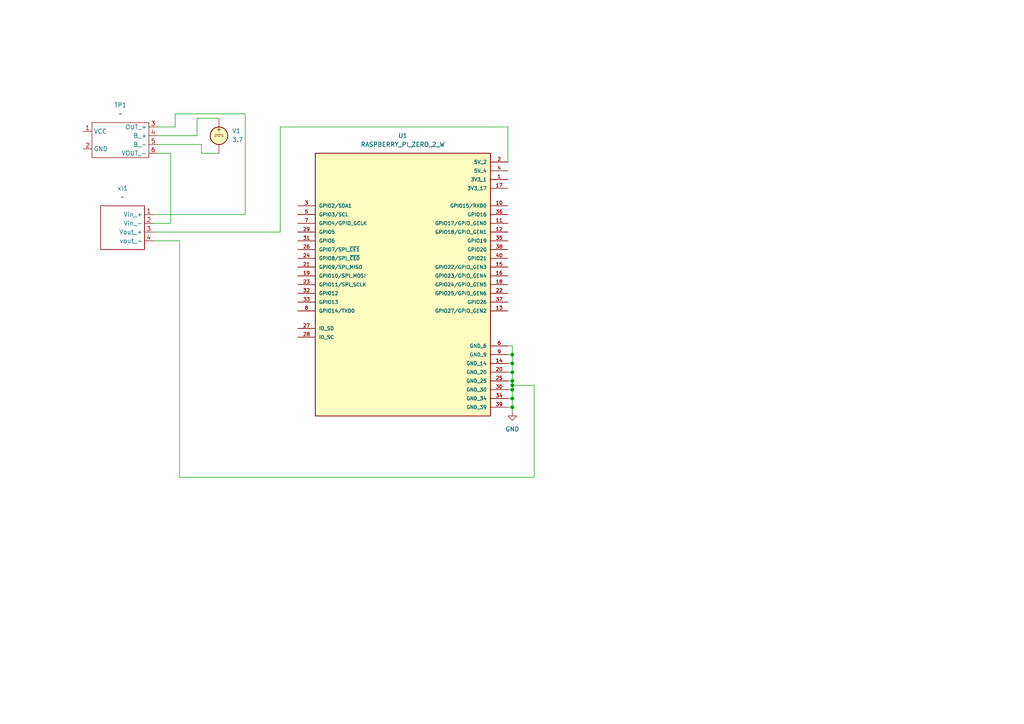
<source format=kicad_sch>
(kicad_sch (version 20250114) (generator "eeschema") (generator_version "9.0")
  (paper "A4")
  (lib_symbols
    (symbol "4xxx_IEEE:xl6009"
      (property "Reference" "xl1" (at 1.27 6.35 0))
      (property "Value" "~" (at 1.27 3.81 0))
      (symbol "xl6009_0_1"
        (rectangle (start -5.08 1.27) (end 7.62 -11.43))
        (rectangle (start -5.08 1.27) (end 7.62 -11.43))
      )
      (symbol "xl6009_1_1"
        (pin input line (at 10.16 -1.27 180) (length 2.54) (name "Vin_+") (number "1"))
        (pin power_in line (at 10.16 -3.81 180) (length 2.54) (name "Vin_-") (number "2"))
        (pin output line (at 10.16 -6.35 180) (length 2.54) (name "Vout_+") (number "3"))
        (pin power_in line (at 10.16 -8.89 180) (length 2.54) (name "vout_-") (number "4"))
      )
    )
    (symbol "Device:TP4056_"
      (property "Reference" "TP4056" (at 0 0 0))
      (symbol "TP4056__0_1"
        (rectangle (start -8.89 1.27) (end -8.89 1.27))
        (rectangle (start -8.89 1.27) (end -8.89 1.27))
        (rectangle (start -8.89 1.27) (end 7.62 -8.89))
      )
      (symbol "TP4056__1_1"
        (pin power_in line (at -11.43 -1.27 0) (length 2.54) (name "VCC") (number "1"))
        (pin power_in line (at -11.43 -6.35 0) (length 2.54) (name "GND") (number "2"))
        (pin power_out line (at 10.16 0 180) (length 2.54) (name "OUT_+") (number "3"))
        (pin bidirectional line (at 10.16 -2.54 180) (length 2.54) (name "B_+") (number "4"))
        (pin bidirectional line (at 10.16 -5.08 180) (length 2.54) (name "B_-") (number "5"))
        (pin power_out line (at 10.16 -7.62 180) (length 2.54) (name "VOUT_-") (number "6"))
      )
    )
    (symbol "RASPBERRY_PI_ZERO_2_W:RASPBERRY_PI_ZERO_2_W" (pin_names (offset 1.016))
      (property "Reference" "U" (at -25.42 39.3962 0))
      (property "Value" "RASPBERRY_PI_ZERO_2_W" (at -25.4191 -40.6687 0))
      (symbol "RASPBERRY_PI_ZERO_2_W_0_0"
        (rectangle (start -25.4 -38.1) (end 25.4 38.1) (stroke (width 0.254)) (fill (type background)))
        (pin bidirectional line (at -30.48 22.86 0) (length 5.08) (name "GPIO2/SDA1") (number "3"))
        (pin bidirectional line (at -30.48 20.32 0) (length 5.08) (name "GPIO3/SCL") (number "5"))
        (pin bidirectional line (at -30.48 17.78 0) (length 5.08) (name "GPIO4/GPIO_GCLK") (number "7"))
        (pin bidirectional line (at -30.48 15.24 0) (length 5.08) (name "GPIO5") (number "29"))
        (pin bidirectional line (at -30.48 12.7 0) (length 5.08) (name "GPIO6") (number "31"))
        (pin bidirectional line (at -30.48 10.16 0) (length 5.08) (name "GPIO7/SPI_~{CE1}") (number "26"))
        (pin bidirectional line (at -30.48 7.62 0) (length 5.08) (name "GPIO8/SPI_~{CE0}") (number "24"))
        (pin bidirectional line (at -30.48 5.08 0) (length 5.08) (name "GPIO9/SPI_MISO") (number "21"))
        (pin bidirectional line (at -30.48 2.54 0) (length 5.08) (name "GPIO10/SPI_MOSI") (number "19"))
        (pin bidirectional line (at -30.48 0 0) (length 5.08) (name "GPIO11/SPI_SCLK") (number "23"))
        (pin bidirectional line (at -30.48 -2.54 0) (length 5.08) (name "GPIO12") (number "32"))
        (pin bidirectional line (at -30.48 -5.08 0) (length 5.08) (name "GPIO13") (number "33"))
        (pin bidirectional line (at -30.48 -7.62 0) (length 5.08) (name "GPIO14/TXD0") (number "8"))
        (pin bidirectional line (at -30.48 -12.7 0) (length 5.08) (name "ID_SD") (number "27"))
        (pin bidirectional line (at -30.48 -15.24 0) (length 5.08) (name "ID_SC") (number "28"))
        (pin power_in line (at 30.48 35.56 180) (length 5.08) (name "5V_2") (number "2"))
        (pin power_in line (at 30.48 33.02 180) (length 5.08) (name "5V_4") (number "4"))
        (pin power_in line (at 30.48 30.48 180) (length 5.08) (name "3V3_1") (number "1"))
        (pin power_in line (at 30.48 27.94 180) (length 5.08) (name "3V3_17") (number "17"))
        (pin bidirectional line (at 30.48 22.86 180) (length 5.08) (name "GPIO15/RXD0") (number "10"))
        (pin bidirectional line (at 30.48 20.32 180) (length 5.08) (name "GPIO16") (number "36"))
        (pin bidirectional line (at 30.48 17.78 180) (length 5.08) (name "GPIO17/GPIO_GEN0") (number "11"))
        (pin bidirectional line (at 30.48 15.24 180) (length 5.08) (name "GPIO18/GPIO_GEN1") (number "12"))
        (pin bidirectional line (at 30.48 12.7 180) (length 5.08) (name "GPIO19") (number "35"))
        (pin bidirectional line (at 30.48 10.16 180) (length 5.08) (name "GPIO20") (number "38"))
        (pin bidirectional line (at 30.48 7.62 180) (length 5.08) (name "GPIO21") (number "40"))
        (pin bidirectional line (at 30.48 5.08 180) (length 5.08) (name "GPIO22/GPIO_GEN3") (number "15"))
        (pin bidirectional line (at 30.48 2.54 180) (length 5.08) (name "GPIO23/GPIO_GEN4") (number "16"))
        (pin bidirectional line (at 30.48 0 180) (length 5.08) (name "GPIO24/GPIO_GEN5") (number "18"))
        (pin bidirectional line (at 30.48 -2.54 180) (length 5.08) (name "GPIO25/GPIO_GEN6") (number "22"))
        (pin bidirectional line (at 30.48 -5.08 180) (length 5.08) (name "GPIO26") (number "37"))
        (pin bidirectional line (at 30.48 -7.62 180) (length 5.08) (name "GPIO27/GPIO_GEN2") (number "13"))
        (pin power_in line (at 30.48 -17.78 180) (length 5.08) (name "GND_6") (number "6"))
        (pin power_in line (at 30.48 -20.32 180) (length 5.08) (name "GND_9") (number "9"))
        (pin power_in line (at 30.48 -22.86 180) (length 5.08) (name "GND_14") (number "14"))
        (pin power_in line (at 30.48 -25.4 180) (length 5.08) (name "GND_20") (number "20"))
        (pin power_in line (at 30.48 -27.94 180) (length 5.08) (name "GND_25") (number "25"))
        (pin power_in line (at 30.48 -30.48 180) (length 5.08) (name "GND_30") (number "30"))
        (pin power_in line (at 30.48 -33.02 180) (length 5.08) (name "GND_34") (number "34"))
        (pin power_in line (at 30.48 -35.56 180) (length 5.08) (name "GND_39") (number "39"))
      )
    )
    (symbol "Simulation_SPICE:VDC" (pin_numbers (hide yes)) (pin_names (offset 0.0254))
      (property "Reference" "V" (at 2.54 2.54 0))
      (property "Value" "1" (at 2.54 0 0))
      (symbol "VDC_0_0"
        (polyline (pts (xy -1.27 0.254) (xy 1.27 0.254)))
        (polyline (pts (xy -0.762 -0.254) (xy -1.27 -0.254)))
        (polyline (pts (xy 0.254 -0.254) (xy -0.254 -0.254)))
        (polyline (pts (xy 1.27 -0.254) (xy 0.762 -0.254)))
        (text "+" (at 0 1.905 0) (effects (font (size 1.27 1.27))))
      )
      (symbol "VDC_0_1"
        (circle (center 0 0) (radius 2.54) (stroke (width 0.254)) (fill (type background)))
      )
      (symbol "VDC_1_1"
        (pin passive line (at 0 5.08 270) (length 2.54) (name "~") (number "1"))
        (pin passive line (at 0 -5.08 90) (length 2.54) (name "~") (number "2"))
      )
    )
    (symbol "power:GND" (power) (pin_numbers (hide yes)) (pin_names (offset 0) (hide yes))
      (property "Value" "GND" (at 0 -3.81 0))
      (symbol "GND_0_1"
        (polyline (pts (xy 0 0) (xy 0 -1.27) (xy 1.27 -1.27) (xy 0 -2.54) (xy -1.27 -1.27) (xy 0 -1.27)))
      )
      (symbol "GND_1_1"
        (pin power_in line (at 0 0 270) (length 0) (name "~") (number "1"))
      )
    )
  )
  (junction (at 148.59 113.03))
  (junction (at 148.59 107.95))
  (junction (at 148.59 110.49))
  (junction (at 148.59 105.41))
  (junction (at 148.59 118.11))
  (junction (at 148.59 111.76))
  (junction (at 148.59 115.57))
  (junction (at 148.59 102.87))
  (wire (pts (xy 57.15 34.29) (xy 57.15 39.37)))
  (wire (pts (xy 81.28 36.83) (xy 147.32 36.83)))
  (wire (pts (xy 154.94 111.76) (xy 148.59 111.76)))
  (wire (pts (xy 45.72 44.45) (xy 49.53 44.45)))
  (wire (pts (xy 148.59 100.33) (xy 148.59 102.87)))
  (wire (pts (xy 148.59 113.03) (xy 148.59 111.76)))
  (wire (pts (xy 148.59 107.95) (xy 148.59 110.49)))
  (wire (pts (xy 147.32 113.03) (xy 148.59 113.03)))
  (wire (pts (xy 58.42 44.45) (xy 58.42 41.91)))
  (wire (pts (xy 71.12 33.02) (xy 71.12 62.23)))
  (wire (pts (xy 44.45 69.85) (xy 52.07 69.85)))
  (wire (pts (xy 148.59 111.76) (xy 148.59 110.49)))
  (wire (pts (xy 44.45 67.31) (xy 81.28 67.31)))
  (wire (pts (xy 58.42 41.91) (xy 45.72 41.91)))
  (wire (pts (xy 148.59 113.03) (xy 148.59 115.57)))
  (wire (pts (xy 147.32 118.11) (xy 148.59 118.11)))
  (wire (pts (xy 148.59 105.41) (xy 148.59 102.87)))
  (wire (pts (xy 63.5 44.45) (xy 58.42 44.45)))
  (wire (pts (xy 147.32 107.95) (xy 148.59 107.95)))
  (wire (pts (xy 45.72 36.83) (xy 50.8 36.83)))
  (wire (pts (xy 148.59 100.33) (xy 147.32 100.33)))
  (wire (pts (xy 154.94 138.43) (xy 154.94 111.76)))
  (wire (pts (xy 148.59 119.38) (xy 148.59 118.11)))
  (wire (pts (xy 49.53 44.45) (xy 49.53 64.77)))
  (wire (pts (xy 147.32 36.83) (xy 147.32 46.99)))
  (wire (pts (xy 147.32 110.49) (xy 148.59 110.49)))
  (wire (pts (xy 81.28 67.31) (xy 81.28 36.83)))
  (wire (pts (xy 52.07 69.85) (xy 52.07 138.43)))
  (wire (pts (xy 148.59 118.11) (xy 148.59 115.57)))
  (wire (pts (xy 50.8 33.02) (xy 71.12 33.02)))
  (wire (pts (xy 52.07 138.43) (xy 154.94 138.43)))
  (wire (pts (xy 71.12 62.23) (xy 44.45 62.23)))
  (wire (pts (xy 147.32 115.57) (xy 148.59 115.57)))
  (wire (pts (xy 148.59 107.95) (xy 148.59 105.41)))
  (wire (pts (xy 63.5 34.29) (xy 57.15 34.29)))
  (wire (pts (xy 147.32 102.87) (xy 148.59 102.87)))
  (wire (pts (xy 49.53 64.77) (xy 44.45 64.77)))
  (wire (pts (xy 147.32 105.41) (xy 148.59 105.41)))
  (wire (pts (xy 57.15 39.37) (xy 45.72 39.37)))
  (wire (pts (xy 50.8 36.83) (xy 50.8 33.02)))
  (symbol (lib_id "Device:TP4056_") (at 35.56 36.83 0) (unit 1)
    (property "Reference" "TP1" (at 34.925 30.48 0))
    (property "Value" "~" (at 34.925 33.02 0))
    (property "Footprint" "Custom_Footprints:TP4056-18650" (effects (hide yes)))
  )
  (symbol (lib_id "Simulation_SPICE:VDC") (at 63.5 39.37 0) (unit 1)
    (property "Reference" "V1" (at 67.31 37.9701 0) (effects (justify left)))
    (property "Value" "3.7" (at 67.31 40.5101 0) (effects (justify left)))
    (property "Footprint" "Connector_PinHeader_2.54mm:PinHeader_1x02_P2.54mm_Vertical" (effects (hide yes)))
    (property "Datasheet" "https://ngspice.sourceforge.io/docs/ngspice-html-manual/manual.xhtml#sec_Independent_Sources_for" (effects (hide yes)))
    (property "Description" "Voltage source, DC" (effects (hide yes)))
    (property "Sim.Pins" "1=+ 2=-" (effects (hide yes)))
    (property "Sim.Type" "DC" (effects (hide yes)))
    (property "Sim.Device" "V" (effects (hide yes)))
  )
  (symbol (lib_id "power:GND") (at 148.59 119.38 0) (unit 1)
    (property "Reference" "#PWR01" (effects (hide yes)))
    (property "Value" "GND" (at 148.59 124.46 0))
    (property "Description" "Power symbol creates a global label with name \"GND\" , ground" (effects (hide yes)))
  )
  (symbol (lib_id "RASPBERRY_PI_ZERO_2_W:RASPBERRY_PI_ZERO_2_W") (at 116.84 82.55 0) (unit 1)
    (property "Reference" "U1" (at 116.84 39.37 0))
    (property "Value" "RASPBERRY_PI_ZERO_2_W" (at 116.84 41.91 0))
    (property "Footprint" "Module:Raspberry_Pi_Zero_Socketed_THT_FaceDown_MountingHoles" (effects (hide yes)))
    (property "MF" "Raspberry Pi" (effects (hide yes)))
    (property "Description_1" "At the heart of Raspberry Pi Zero 2 W is RP3A0, a custom-built system-in-package designed by Raspberry Pi in the UK." (effects (hide yes)))
    (property "Package" "None" (effects (hide yes)))
    (property "Price" "None" (effects (hide yes)))
    (property "Check_prices" "https://www.snapeda.com/parts/RASPBERRY%20PI%20ZERO%202%20W/Raspberry+Pi/view-part/?ref=eda" (effects (hide yes)))
    (property "STANDARD" "Manufacturer Recommendations" (effects (hide yes)))
    (property "PARTREV" "April 2024" (effects (hide yes)))
    (property "SnapEDA_Link" "https://www.snapeda.com/parts/RASPBERRY%20PI%20ZERO%202%20W/Raspberry+Pi/view-part/?ref=snap" (effects (hide yes)))
    (property "MP" "RASPBERRY PI ZERO 2 W" (effects (hide yes)))
    (property "Availability" "In Stock" (effects (hide yes)))
    (property "MANUFACTURER" "Raspberry Pi" (effects (hide yes)))
  )
  (symbol (lib_id "4xxx_IEEE:xl6009") (at 34.29 60.96 0) (unit 1)
    (property "Reference" "xl1" (at 35.56 54.61 0))
    (property "Value" "~" (at 35.56 57.15 0))
    (property "Footprint" "misc_footprints:XL6009_module" (effects (hide yes)))
  )
)
</source>
